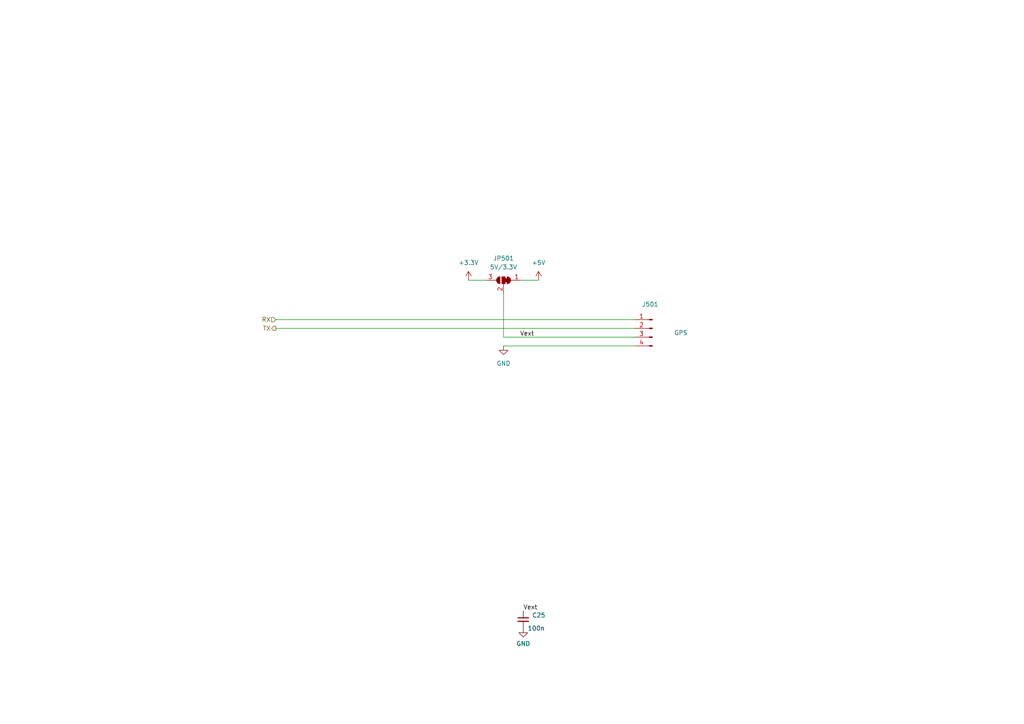
<source format=kicad_sch>
(kicad_sch (version 20231120) (generator "eeschema") (generator_version "8.0")
  (paper "A4")
  (lib_symbols
    (symbol "Connector:Conn_01x04_Pin" (pin_names (offset 1.016) hide)
      (property "Reference" "J" (at 0 5.08 0))
      (property "Value" "Conn_01x04_Pin" (at 0 -7.62 0))
      (symbol "Conn_01x04_Pin_1_1"
        (polyline (pts (xy 1.27 -5.08) (xy 0.8636 -5.08)) (stroke (width 0.1524)))
        (polyline (pts (xy 1.27 -2.54) (xy 0.8636 -2.54)) (stroke (width 0.1524)))
        (polyline (pts (xy 1.27 0) (xy 0.8636 0)) (stroke (width 0.1524)))
        (polyline (pts (xy 1.27 2.54) (xy 0.8636 2.54)) (stroke (width 0.1524)))
        (rectangle (start 0.8636 -4.953) (end 0 -5.207) (stroke (width 0.1524)) (fill (type outline)))
        (rectangle (start 0.8636 -2.413) (end 0 -2.667) (stroke (width 0.1524)) (fill (type outline)))
        (rectangle (start 0.8636 0.127) (end 0 -0.127) (stroke (width 0.1524)) (fill (type outline)))
        (rectangle (start 0.8636 2.667) (end 0 2.413) (stroke (width 0.1524)) (fill (type outline)))
        (pin passive line (at 5.08 2.54 180) (length 3.81) (name "Pin_1") (number "1"))
        (pin passive line (at 5.08 0 180) (length 3.81) (name "Pin_2") (number "2"))
        (pin passive line (at 5.08 -2.54 180) (length 3.81) (name "Pin_3") (number "3"))
        (pin passive line (at 5.08 -5.08 180) (length 3.81) (name "Pin_4") (number "4"))
      )
    )
    (symbol "Device:C_Small" (pin_numbers hide) (pin_names (offset 0.254) hide)
      (property "Reference" "C" (at 0.254 1.778 0))
      (property "Value" "C_Small" (at 0.254 -2.032 0))
      (symbol "C_Small_0_1"
        (polyline (pts (xy -1.524 -0.508) (xy 1.524 -0.508)) (stroke (width 0.3302)))
        (polyline (pts (xy -1.524 0.508) (xy 1.524 0.508)) (stroke (width 0.3048)))
      )
      (symbol "C_Small_1_1"
        (pin passive line (at 0 2.54 270) (length 2.032) (name "~") (number "1"))
        (pin passive line (at 0 -2.54 90) (length 2.032) (name "~") (number "2"))
      )
    )
    (symbol "Jumper:SolderJumper_3_Bridged12" (pin_names (offset 0) hide)
      (property "Reference" "JP" (at -2.54 -2.54 0))
      (property "Value" "SolderJumper_3_Bridged12" (at 0 2.794 0))
      (symbol "SolderJumper_3_Bridged12_0_1"
        (rectangle (start -1.016 0.508) (end -0.508 -0.508) (fill (type outline)))
        (arc (start -1.016 1.016) (mid -2.0276 0) (end -1.016 -1.016))
        (arc (start -1.016 1.016) (mid -2.0276 0) (end -1.016 -1.016) (fill (type outline)))
        (rectangle (start -0.508 1.016) (end 0.508 -1.016) (fill (type outline)))
        (polyline (pts (xy -2.54 0) (xy -2.032 0)))
        (polyline (pts (xy -1.016 1.016) (xy -1.016 -1.016)))
        (polyline (pts (xy 0 -1.27) (xy 0 -1.016)))
        (polyline (pts (xy 1.016 1.016) (xy 1.016 -1.016)))
        (polyline (pts (xy 2.54 0) (xy 2.032 0)))
        (arc (start 1.016 -1.016) (mid 2.0276 0) (end 1.016 1.016))
        (arc (start 1.016 -1.016) (mid 2.0276 0) (end 1.016 1.016) (fill (type outline)))
      )
      (symbol "SolderJumper_3_Bridged12_1_1"
        (pin passive line (at -5.08 0 0) (length 2.54) (name "A") (number "1"))
        (pin passive line (at 0 -3.81 90) (length 2.54) (name "C") (number "2"))
        (pin passive line (at 5.08 0 180) (length 2.54) (name "B") (number "3"))
      )
    )
    (symbol "power:+3.3V" (power) (pin_names (offset 0))
      (property "Value" "+3.3V" (at 0 3.556 0))
      (symbol "+3.3V_0_1"
        (polyline (pts (xy -0.762 1.27) (xy 0 2.54)))
        (polyline (pts (xy 0 0) (xy 0 2.54)))
        (polyline (pts (xy 0 2.54) (xy 0.762 1.27)))
      )
      (symbol "+3.3V_1_1"
        (pin power_in line (at 0 0 90) (length 0) hide (name "+3.3V") (number "1"))
      )
    )
    (symbol "power:+5V" (power) (pin_names (offset 0))
      (property "Value" "+5V" (at 0 3.556 0))
      (symbol "+5V_0_1"
        (polyline (pts (xy -0.762 1.27) (xy 0 2.54)))
        (polyline (pts (xy 0 0) (xy 0 2.54)))
        (polyline (pts (xy 0 2.54) (xy 0.762 1.27)))
      )
      (symbol "+5V_1_1"
        (pin power_in line (at 0 0 90) (length 0) hide (name "+5V") (number "1"))
      )
    )
    (symbol "power:GND" (power) (pin_names (offset 0))
      (property "Value" "GND" (at 0 -3.81 0))
      (symbol "GND_0_1"
        (polyline (pts (xy 0 0) (xy 0 -1.27) (xy 1.27 -1.27) (xy 0 -2.54) (xy -1.27 -1.27) (xy 0 -1.27)))
      )
      (symbol "GND_1_1"
        (pin power_in line (at 0 0 270) (length 0) hide (name "GND") (number "1"))
      )
    )
  )
  (wire (pts (xy 184.15 100.33) (xy 146.05 100.33)))
  (wire (pts (xy 184.15 97.79) (xy 146.05 97.79)))
  (wire (pts (xy 146.05 85.09) (xy 146.05 97.79)))
  (wire (pts (xy 156.21 81.28) (xy 151.13 81.28)))
  (wire (pts (xy 80.01 92.71) (xy 184.15 92.71)))
  (wire (pts (xy 80.01 95.25) (xy 184.15 95.25)))
  (wire (pts (xy 140.97 81.28) (xy 135.89 81.28)))
  (label "Vext" (at 154.94 97.79 180))
  (label "Vext" (at 151.765 177.165 0))
  (hierarchical_label "RX" (shape input) (at 80.01 92.71 180))
  (hierarchical_label "TX" (shape output) (at 80.01 95.25 180))
  (symbol (lib_id "power:GND") (at 151.765 182.245 0) (unit 1)
    (property "Reference" "#PWR0505" (effects (hide yes)))
    (property "Value" "GND" (at 151.765 186.69 0))
  )
  (symbol (lib_id "power:GND") (at 146.05 100.33 0) (mirror y) (unit 1)
    (property "Reference" "#PWR0504" (effects (hide yes)))
    (property "Value" "GND" (at 146.05 105.41 0))
  )
  (symbol (lib_id "Device:C_Small") (at 151.765 179.705 0) (unit 1)
    (property "Reference" "C25" (at 154.305 178.4412 0) (effects (justify left)))
    (property "Value" "100n" (at 153.035 182.245 0) (effects (justify left)))
    (property "Footprint" "A_Device:C_0603" (effects (hide yes)))
    (property "LCSC" "C14663" (effects (hide yes)))
    (instances (project "NIKOLA-02-E-001_PCAScannerController_R1" (path "" (reference "C25") (unit 1))) (project "Robuoy" (path "" (reference "C502") (unit 1))))
  )
  (symbol (lib_id "Jumper:SolderJumper_3_Bridged12") (at 146.05 81.28 0) (mirror y) (unit 1)
    (property "Reference" "JP501" (at 146.05 74.93 0))
    (property "Value" "5V/3.3V" (at 146.05 77.47 0))
    (property "Footprint" "Jumper:SolderJumper-3_P1.3mm_Bridged12_RoundedPad1.0x1.5mm" (effects (hide yes)))
  )
  (symbol (lib_id "Connector:Conn_01x04_Pin") (at 189.23 95.25 0) (mirror y) (unit 1)
    (property "Reference" "J501" (at 188.595 88.265 0))
    (property "Value" "GPS" (at 197.485 96.52 0))
    (property "Footprint" "Connector_JST:JST_XH_B4B-XH-A_1x04_P2.50mm_Vertical" (effects (hide yes)))
    (property "LCSC" "C98734" (effects (hide yes)))
  )
  (symbol (lib_id "power:+3.3V") (at 135.89 81.28 0) (mirror y) (unit 1)
    (property "Reference" "#PWR0503" (effects (hide yes)))
    (property "Value" "+3.3V" (at 135.89 76.2 0))
  )
  (symbol (lib_id "power:+5V") (at 156.21 81.28 0) (mirror y) (unit 1)
    (property "Reference" "#PWR0501" (effects (hide yes)))
    (property "Value" "+5V" (at 156.21 76.2 0))
  )
)
</source>
